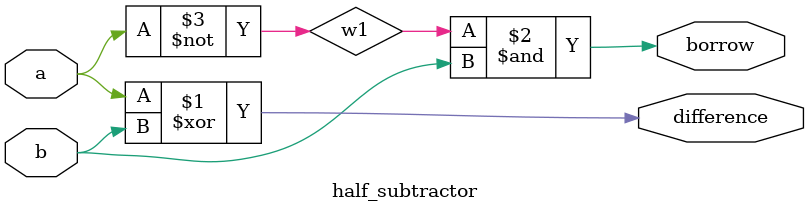
<source format=v>
module half_subtractor(input a,b,output difference,borrow);
wire w1;
xor a1(difference,a,b);
not a2(w1,a);
and a3(borrow,w1,b);
endmodule

</source>
